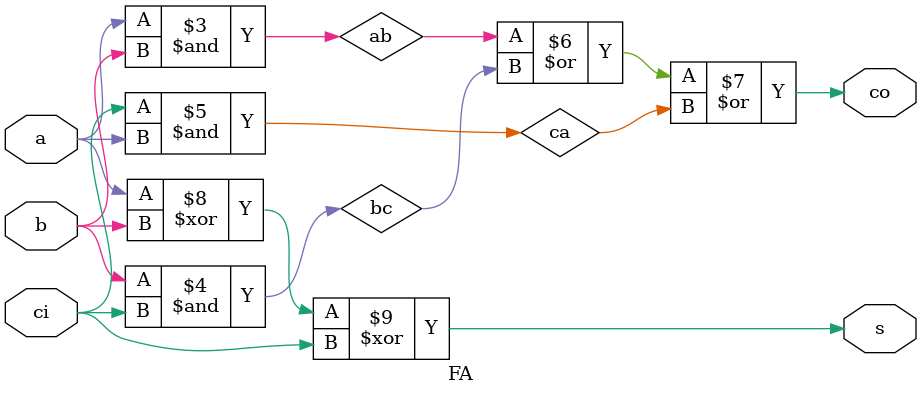
<source format=v>
module BoothMultiplier(
    clk,
    rst_n,
    in_valid,
    mplier,
    mcand,
    product,
    out_valid, // tell the processor to fetch output
    stall // tell the processor to stall cycles
);
//==== io Declaration =========================
    input             clk, rst_n, in_valid;
    input      [31:0] mplier, mcand;
    output     [63:0] product;
    output reg        out_valid, stall;

//==== Reg/Wire Declaration ===================
    reg  [31:0] mplier_r, mcand_r;
    wire [31:0] mplier_w, mcand_w;
    reg   [1:0] state, state_next;
    reg  [63:0] product_r;
    wire [63:0] product_w;
    wire [32:0] extend_mplier;
    wire  [2:0] gp [0:16]; // groups of booth encoding
    reg  [63:0] pp [0:16];
    reg   [4:0] sh [0:16];
    
    integer i;
//==== FSM ====================================
    parameter S_IDLE = 2'd0;
    parameter S_OP   = 2'd1;
    parameter S_END  = 2'd2;

    always @(*) begin
        case (state)
            S_IDLE:  state_next = (in_valid)? S_OP : S_IDLE;
            S_OP:    state_next = S_END;
            S_END:   state_next = S_IDLE;
            default: state_next = S_IDLE;
        endcase
    end

//==== Combinational ==========================
    // process input
    assign extend_mplier = { mplier_r, 1'b0 };
    // output
    assign product = product_r;
    // get groups
    assign gp[0]  = extend_mplier[2:0]; 
    assign gp[1]  = extend_mplier[4:2]; 
    assign gp[2]  = extend_mplier[6:4]; 
    assign gp[3]  = extend_mplier[8:6]; 
    assign gp[4]  = extend_mplier[10:8]; 
    assign gp[5]  = extend_mplier[12:10]; 
    assign gp[6]  = extend_mplier[14:12]; 
    assign gp[7]  = extend_mplier[16:14]; 
    assign gp[8]  = extend_mplier[18:16]; 
    assign gp[9]  = extend_mplier[20:18]; 
    assign gp[10] = extend_mplier[22:20]; 
    assign gp[11] = extend_mplier[24:22]; 
    assign gp[12] = extend_mplier[26:24]; 
    assign gp[13] = extend_mplier[28:26]; 
    assign gp[14] = extend_mplier[30:28]; 
    assign gp[15] = extend_mplier[32:30]; 
    // caculate pp
    always @(*) begin
        for (i=0;i<16;i=i+1) begin
            case (gp[i])
                3'b000:  pp[i] = 0;
                3'b001:  pp[i] =   mcand_r << i*2;
                3'b010:  pp[i] =   mcand_r << i*2;
                3'b011:  pp[i] =   mcand_r << (i*2 + 1);
                3'b100:  pp[i] = -(mcand_r << (i*2 + 1));
                3'b101:  pp[i] = -(mcand_r << i*2);
                3'b110:  pp[i] = -(mcand_r << i*2);
                3'b111:  pp[i] = 0;
                default: pp[i] = 0;
            endcase
        end
    end
    // calculate sum
    // Wallace tree design
    CSA csa(
        pp[0], pp[1], pp[2], pp[3], pp[4], pp[5], pp[6],
        pp[7], pp[8], pp[9], pp[10], pp[11], pp[12],
        pp[13], pp[14], pp[15],
        product_w
    );
    // conventional design
    // assign product_w = ((((pp[0]) + (pp[1])) + ((pp[2]) + (pp[3]))) + 
    //                          (((pp[4]) + (pp[5])) + ((pp[6]) + (pp[7])))) + 
    //                          ((((pp[8]) + (pp[9])) + ((pp[10]) + (pp[11]))) + 
    //                          (((pp[12]) + (pp[13])) + ((pp[14]) + (pp[15]))));

    // mplier, mcand
    assign mplier_w = (in_valid)? mplier : mplier_r;
    assign mcand_w  = (in_valid)? mcand :  mcand_r;
    
    // out_valid && stall
    always @(*) begin
        out_valid = (state == S_END)? 1 : 0;
        stall = ((state == S_IDLE && !in_valid) | state == S_END)? 0 : 1;
    end

//==== Sequential =============================
    always @(posedge clk) begin
        if (!rst_n) begin
            state     <= S_IDLE;
            // op_cnt_r  <= 0;
            product_r <= 0;
            mplier_r  <= 0;
            mcand_r   <= 0;
        end
        else begin
            state     <= state_next;
            // op_cnt_r  <= op_cnt_w;
            product_r <= product_w;
            mplier_r  <= mplier_w;
            mcand_r   <= mcand_w;
        end
    end
endmodule

module CSA(
    pp0, pp1, pp2, pp3, pp4, pp5, pp6,
    pp7, pp8, pp9, pp10, pp11, pp12,
    pp13, pp14, pp15,
    out
);
    input  [63:0] pp0, pp1, pp2, pp3, pp4, pp5, pp6,
                  pp7, pp8, pp9, pp10, pp11, pp12,
                  pp13, pp14, pp15;
    output [63:0] out;

    wire [63:0] co [0:13];
    reg  [63:0] sh [0:13];
    wire [63:0] s  [0:13];

    integer i;

    always @(*) begin
        for (i=0;i<15;i=i+1)
            sh[i] = co[i] << 1;
    end
                
    FA64 A0 (co[0],  s[0],  pp0,    pp1,   pp2);
    FA64 A1 (co[1],  s[1],  pp3,    pp4,   pp5);
    FA64 A2 (co[2],  s[2],  pp6,    pp7,   pp8);
    FA64 A3 (co[3],  s[3],  pp9,    pp10,  pp11);
    FA64 A4 (co[4],  s[4],  pp12,   pp13,  pp14);
    FA64 A5 (co[5],  s[5],  sh[0],  s[0],  sh[1]);
    FA64 A6 (co[6],  s[6],  s[1],   sh[2], s[2]);
    FA64 A7 (co[7],  s[7],  sh[3],  s[3],  sh[4]);
    FA64 A8 (co[8],  s[8],  sh[5],  s[5],  sh[6]);
    FA64 A9 (co[9],  s[9],  s[6],   sh[7], s[7]);
    FA64 A10(co[10], s[10], sh[9],  sh[8], s[8]);
    FA64 A11(co[11], s[11], s[9],   s[4],  pp15);
    FA64 A12(co[12], s[12], sh[10], s[10], sh[11]);
    FA64 A13(co[13], s[13], sh[12], s[12], s[11]);


    assign out = sh[13] + s[13];

endmodule

module FA64(co, s, a, b, ci);

    input  [63:0] a, b, ci;
	output [63:0] co, s;

    FA fa0 (co[0],  s[0],  a[0],  b[0],  ci[0]);
    FA fa1 (co[1],  s[1],  a[1],  b[1],  ci[1]);
    FA fa2 (co[2],  s[2],  a[2],  b[2],  ci[2]);
    FA fa3 (co[3],  s[3],  a[3],  b[3],  ci[3]);
    FA fa4 (co[4],  s[4],  a[4],  b[4],  ci[4]);
    FA fa5 (co[5],  s[5],  a[5],  b[5],  ci[5]);
    FA fa6 (co[6],  s[6],  a[6],  b[6],  ci[6]);
    FA fa7 (co[7],  s[7],  a[7],  b[7],  ci[7]);
    FA fa8 (co[8],  s[8],  a[8],  b[8],  ci[8]);
    FA fa9 (co[9],  s[9],  a[9],  b[9],  ci[9]);
    FA fa10(co[10], s[10], a[10], b[10], ci[10]);
    FA fa11(co[11], s[11], a[11], b[11], ci[11]);
    FA fa12(co[12], s[12], a[12], b[12], ci[12]);
    FA fa13(co[13], s[13], a[13], b[13], ci[13]);
    FA fa14(co[14], s[14], a[14], b[14], ci[14]);
    FA fa15(co[15], s[15], a[15], b[15], ci[15]);
    FA fa16(co[16], s[16], a[16], b[16], ci[16]);
    FA fa17(co[17], s[17], a[17], b[17], ci[17]);
    FA fa18(co[18], s[18], a[18], b[18], ci[18]);
    FA fa19(co[19], s[19], a[19], b[19], ci[19]);
    FA fa20(co[20], s[20], a[20], b[20], ci[20]);
    FA fa21(co[21], s[21], a[21], b[21], ci[21]);
    FA fa22(co[22], s[22], a[22], b[22], ci[22]);
    FA fa23(co[23], s[23], a[23], b[23], ci[23]);
    FA fa24(co[24], s[24], a[24], b[24], ci[24]);
    FA fa25(co[25], s[25], a[25], b[25], ci[25]);
    FA fa26(co[26], s[26], a[26], b[26], ci[26]);
    FA fa27(co[27], s[27], a[27], b[27], ci[27]);
    FA fa28(co[28], s[28], a[28], b[28], ci[28]);
    FA fa29(co[29], s[29], a[29], b[29], ci[29]);
    FA fa30(co[30], s[30], a[30], b[30], ci[30]);
    FA fa31(co[31], s[31], a[31], b[31], ci[31]);
    FA fa32(co[32], s[32], a[32], b[32], ci[32]);
    FA fa33(co[33], s[33], a[33], b[33], ci[33]);
    FA fa34(co[34], s[34], a[34], b[34], ci[34]);
    FA fa35(co[35], s[35], a[35], b[35], ci[35]);
    FA fa36(co[36], s[36], a[36], b[36], ci[36]);
    FA fa37(co[37], s[37], a[37], b[37], ci[37]);
    FA fa38(co[38], s[38], a[38], b[38], ci[38]);
    FA fa39(co[39], s[39], a[39], b[39], ci[39]);
    FA fa40(co[40], s[40], a[40], b[40], ci[40]);
    FA fa41(co[41], s[41], a[41], b[41], ci[41]);
    FA fa42(co[42], s[42], a[42], b[42], ci[42]);
    FA fa43(co[43], s[43], a[43], b[43], ci[43]);
    FA fa44(co[44], s[44], a[44], b[44], ci[44]);
    FA fa45(co[45], s[45], a[45], b[45], ci[45]);
    FA fa46(co[46], s[46], a[46], b[46], ci[46]);
    FA fa47(co[47], s[47], a[47], b[47], ci[47]);
    FA fa48(co[48], s[48], a[48], b[48], ci[48]);
    FA fa49(co[49], s[49], a[49], b[49], ci[49]);
    FA fa50(co[50], s[50], a[50], b[50], ci[50]);
    FA fa51(co[51], s[51], a[51], b[51], ci[51]);
    FA fa52(co[52], s[52], a[52], b[52], ci[52]);
    FA fa53(co[53], s[53], a[53], b[53], ci[53]);
    FA fa54(co[54], s[54], a[54], b[54], ci[54]);
    FA fa55(co[55], s[55], a[55], b[55], ci[55]);
    FA fa56(co[56], s[56], a[56], b[56], ci[56]);
    FA fa57(co[57], s[57], a[57], b[57], ci[57]);
    FA fa58(co[58], s[58], a[58], b[58], ci[58]);
    FA fa59(co[59], s[59], a[59], b[59], ci[59]);
    FA fa60(co[60], s[60], a[60], b[60], ci[60]);
    FA fa61(co[61], s[61], a[61], b[61], ci[61]);
    FA fa62(co[62], s[62], a[62], b[62], ci[62]);
    FA fa63(co[63], s[63], a[63], b[63], ci[63]);

endmodule

module FA(co, s, a, b, ci);
	
    input	a, b, ci;
	output	co, s;
	wire 	ab, bc, ca;

	// co = a*b + b*ci + ci*a
	and g0(ab, a, b);
	and g1(bc, b, ci);
	and g2(ca, ci, a);
	or 	g3(co, ab, bc, ca);
	xor g4(s, a, b, ci);

endmodule
</source>
